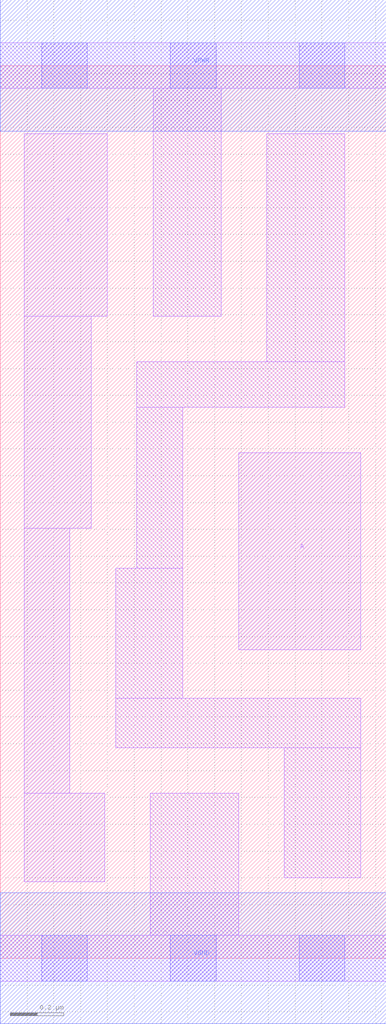
<source format=lef>
# Copyright 2020 The SkyWater PDK Authors
#
# Licensed under the Apache License, Version 2.0 (the "License");
# you may not use this file except in compliance with the License.
# You may obtain a copy of the License at
#
#     https://www.apache.org/licenses/LICENSE-2.0
#
# Unless required by applicable law or agreed to in writing, software
# distributed under the License is distributed on an "AS IS" BASIS,
# WITHOUT WARRANTIES OR CONDITIONS OF ANY KIND, either express or implied.
# See the License for the specific language governing permissions and
# limitations under the License.
#
# SPDX-License-Identifier: Apache-2.0

VERSION 5.7 ;
  NAMESCASESENSITIVE ON ;
  NOWIREEXTENSIONATPIN ON ;
  DIVIDERCHAR "/" ;
  BUSBITCHARS "[]" ;
UNITS
  DATABASE MICRONS 200 ;
END UNITS
MACRO sky130_fd_sc_lp__clkbuf_0
  CLASS CORE ;
  SOURCE USER ;
  FOREIGN sky130_fd_sc_lp__clkbuf_0 ;
  ORIGIN  0.000000  0.000000 ;
  SIZE  1.440000 BY  3.330000 ;
  SYMMETRY X Y R90 ;
  SITE unit ;
  PIN A
    ANTENNAGATEAREA  0.159000 ;
    DIRECTION INPUT ;
    USE SIGNAL ;
    PORT
      LAYER li1 ;
        RECT 0.890000 1.150000 1.345000 1.885000 ;
    END
  END A
  PIN X
    ANTENNADIFFAREA  0.280900 ;
    DIRECTION OUTPUT ;
    USE SIGNAL ;
    PORT
      LAYER li1 ;
        RECT 0.090000 0.285000 0.390000 0.615000 ;
        RECT 0.090000 0.615000 0.260000 1.605000 ;
        RECT 0.090000 1.605000 0.340000 2.395000 ;
        RECT 0.090000 2.395000 0.400000 3.075000 ;
    END
  END X
  PIN VGND
    DIRECTION INOUT ;
    USE GROUND ;
    PORT
      LAYER met1 ;
        RECT 0.000000 -0.245000 1.440000 0.245000 ;
    END
  END VGND
  PIN VPWR
    DIRECTION INOUT ;
    USE POWER ;
    PORT
      LAYER met1 ;
        RECT 0.000000 3.085000 1.440000 3.575000 ;
    END
  END VPWR
  OBS
    LAYER li1 ;
      RECT 0.000000 -0.085000 1.440000 0.085000 ;
      RECT 0.000000  3.245000 1.440000 3.415000 ;
      RECT 0.430000  0.785000 1.345000 0.970000 ;
      RECT 0.430000  0.970000 0.680000 1.455000 ;
      RECT 0.510000  1.455000 0.680000 2.055000 ;
      RECT 0.510000  2.055000 1.285000 2.225000 ;
      RECT 0.560000  0.085000 0.890000 0.615000 ;
      RECT 0.570000  2.395000 0.825000 3.245000 ;
      RECT 0.995000  2.225000 1.285000 3.075000 ;
      RECT 1.060000  0.300000 1.345000 0.785000 ;
    LAYER mcon ;
      RECT 0.155000 -0.085000 0.325000 0.085000 ;
      RECT 0.155000  3.245000 0.325000 3.415000 ;
      RECT 0.635000 -0.085000 0.805000 0.085000 ;
      RECT 0.635000  3.245000 0.805000 3.415000 ;
      RECT 1.115000 -0.085000 1.285000 0.085000 ;
      RECT 1.115000  3.245000 1.285000 3.415000 ;
  END
END sky130_fd_sc_lp__clkbuf_0
END LIBRARY

</source>
